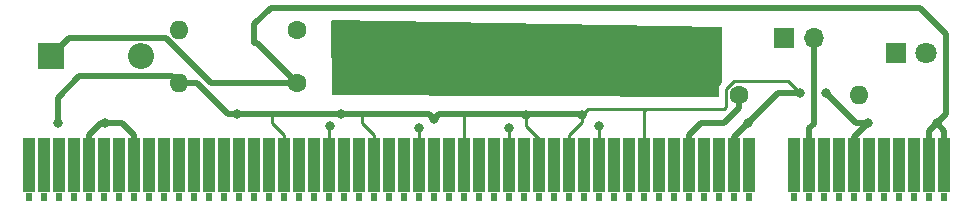
<source format=gbr>
%TF.GenerationSoftware,KiCad,Pcbnew,7.0.10*%
%TF.CreationDate,2024-01-09T10:53:44-06:00*%
%TF.ProjectId,PCI_Blaster,5043495f-426c-4617-9374-65722e6b6963,rev?*%
%TF.SameCoordinates,Original*%
%TF.FileFunction,Copper,L2,Bot*%
%TF.FilePolarity,Positive*%
%FSLAX46Y46*%
G04 Gerber Fmt 4.6, Leading zero omitted, Abs format (unit mm)*
G04 Created by KiCad (PCBNEW 7.0.10) date 2024-01-09 10:53:44*
%MOMM*%
%LPD*%
G01*
G04 APERTURE LIST*
%TA.AperFunction,ConnectorPad*%
%ADD10R,1.020000X4.570000*%
%TD*%
%TA.AperFunction,ConnectorPad*%
%ADD11R,0.510000X0.760000*%
%TD*%
%TA.AperFunction,ComponentPad*%
%ADD12R,1.800000X1.800000*%
%TD*%
%TA.AperFunction,ComponentPad*%
%ADD13C,1.800000*%
%TD*%
%TA.AperFunction,ComponentPad*%
%ADD14C,1.600000*%
%TD*%
%TA.AperFunction,ComponentPad*%
%ADD15O,1.600000X1.600000*%
%TD*%
%TA.AperFunction,ComponentPad*%
%ADD16R,2.200000X2.200000*%
%TD*%
%TA.AperFunction,ComponentPad*%
%ADD17O,2.200000X2.200000*%
%TD*%
%TA.AperFunction,ComponentPad*%
%ADD18R,1.700000X1.700000*%
%TD*%
%TA.AperFunction,ComponentPad*%
%ADD19O,1.700000X1.700000*%
%TD*%
%TA.AperFunction,ViaPad*%
%ADD20C,0.800000*%
%TD*%
%TA.AperFunction,Conductor*%
%ADD21C,0.500000*%
%TD*%
%TA.AperFunction,Conductor*%
%ADD22C,0.250000*%
%TD*%
G04 APERTURE END LIST*
D10*
%TO.P,J1,A1,TRST#*%
%TO.N,unconnected-(J1-TRST#-PadA1)*%
X115365000Y-108730000D03*
D11*
X115365000Y-111390000D03*
D10*
%TO.P,J1,A2,+12V*%
%TO.N,unconnected-(J1-+12V-PadA2)*%
X116635000Y-108730000D03*
D11*
X116635000Y-111390000D03*
D10*
%TO.P,J1,A3,TMS*%
%TO.N,unconnected-(J1-TMS-PadA3)*%
X117895000Y-108730000D03*
D11*
X117895000Y-111390000D03*
D10*
%TO.P,J1,A4,TDI*%
%TO.N,unconnected-(J1-TDI-PadA4)*%
X119175000Y-108730000D03*
D11*
X119175000Y-111390000D03*
D10*
%TO.P,J1,A5,+5V*%
%TO.N,+5V*%
X120445000Y-108730000D03*
D11*
X120445000Y-111390000D03*
D10*
%TO.P,J1,A6,INTA#*%
%TO.N,unconnected-(J1-INTA#-PadA6)*%
X121715000Y-108730000D03*
D11*
X121715000Y-111390000D03*
D10*
%TO.P,J1,A7,INTC#*%
%TO.N,unconnected-(J1-INTC#-PadA7)*%
X122985000Y-108730000D03*
D11*
X122985000Y-111390000D03*
D10*
%TO.P,J1,A8,+5V*%
%TO.N,+5V*%
X124255000Y-108730000D03*
D11*
X124255000Y-111390000D03*
D10*
%TO.P,J1,A9,RESERVED*%
%TO.N,unconnected-(J1-RESERVED-PadA9)*%
X125525000Y-108730000D03*
D11*
X125525000Y-111390000D03*
D10*
%TO.P,J1,A10,+5V*%
%TO.N,unconnected-(J1-+5V-PadA10)*%
X126795000Y-108730000D03*
D11*
X126795000Y-111390000D03*
D10*
%TO.P,J1,A11,RESERVED*%
%TO.N,unconnected-(J1-RESERVED-PadA11)*%
X128065000Y-108730000D03*
D11*
X128065000Y-111390000D03*
D10*
%TO.P,J1,A12,GND*%
%TO.N,unconnected-(J1-GND-PadA12)*%
X129325000Y-108730000D03*
D11*
X129325000Y-111390000D03*
D10*
%TO.P,J1,A13,GND*%
%TO.N,unconnected-(J1-GND-PadA13)*%
X130605000Y-108730000D03*
D11*
X130605000Y-111390000D03*
D10*
%TO.P,J1,A14,RESERVED*%
%TO.N,unconnected-(J1-RESERVED-PadA14)*%
X131875000Y-108730000D03*
D11*
X131875000Y-111390000D03*
D10*
%TO.P,J1,A15,RST#*%
%TO.N,unconnected-(J1-RST#-PadA15)*%
X133145000Y-108730000D03*
D11*
X133145000Y-111390000D03*
D10*
%TO.P,J1,A16,+5V*%
%TO.N,unconnected-(J1-+5V-PadA16)*%
X134415000Y-108730000D03*
D11*
X134415000Y-111390000D03*
D10*
%TO.P,J1,A17,GNT#*%
%TO.N,unconnected-(J1-GNT#-PadA17)*%
X135685000Y-108730000D03*
D11*
X135685000Y-111390000D03*
D10*
%TO.P,J1,A18,GND*%
%TO.N,GND*%
X136955000Y-108730000D03*
D11*
X136955000Y-111390000D03*
D10*
%TO.P,J1,A19,RESERVED*%
%TO.N,unconnected-(J1-RESERVED-PadA19)*%
X138215000Y-108730000D03*
D11*
X138215000Y-111390000D03*
D10*
%TO.P,J1,A20,AD[30]*%
%TO.N,unconnected-(J1-AD[30]-PadA20)*%
X139495000Y-108730000D03*
D11*
X139495000Y-111390000D03*
D10*
%TO.P,J1,A21,+3.3V*%
%TO.N,+3.3V*%
X140755000Y-108730000D03*
D11*
X140755000Y-111390000D03*
D10*
%TO.P,J1,A22,AD[28]*%
%TO.N,unconnected-(J1-AD[28]-PadA22)*%
X142035000Y-108730000D03*
D11*
X142035000Y-111390000D03*
D10*
%TO.P,J1,A23,AD[26]*%
%TO.N,unconnected-(J1-AD[26]-PadA23)*%
X143305000Y-108730000D03*
D11*
X143305000Y-111390000D03*
D10*
%TO.P,J1,A24,GND*%
%TO.N,GND*%
X144575000Y-108730000D03*
D11*
X144575000Y-111390000D03*
D10*
%TO.P,J1,A25,AD[24]*%
%TO.N,unconnected-(J1-AD[24]-PadA25)*%
X145845000Y-108730000D03*
D11*
X145845000Y-111390000D03*
D10*
%TO.P,J1,A26,IDSEL*%
%TO.N,unconnected-(J1-IDSEL-PadA26)*%
X147115000Y-108730000D03*
D11*
X147115000Y-111390000D03*
D10*
%TO.P,J1,A27,+3.3V*%
%TO.N,+3.3V*%
X148385000Y-108730000D03*
D11*
X148385000Y-111390000D03*
D10*
%TO.P,J1,A28,AD[22]*%
%TO.N,unconnected-(J1-AD[22]-PadA28)*%
X149655000Y-108730000D03*
D11*
X149655000Y-111390000D03*
D10*
%TO.P,J1,A29,AD[20]*%
%TO.N,unconnected-(J1-AD[20]-PadA29)*%
X150925000Y-108730000D03*
D11*
X150925000Y-111390000D03*
D10*
%TO.P,J1,A30,GND*%
%TO.N,GND*%
X152195000Y-108730000D03*
D11*
X152195000Y-111390000D03*
D10*
%TO.P,J1,A31,AD[18]*%
%TO.N,unconnected-(J1-AD[18]-PadA31)*%
X153465000Y-108730000D03*
D11*
X153465000Y-111390000D03*
D10*
%TO.P,J1,A32,AD[16]*%
%TO.N,unconnected-(J1-AD[16]-PadA32)*%
X154735000Y-108730000D03*
D11*
X154735000Y-111390000D03*
D10*
%TO.P,J1,A33,+3.3V*%
%TO.N,+3.3V*%
X156005000Y-108730000D03*
D11*
X156005000Y-111390000D03*
D10*
%TO.P,J1,A34,FRAME#*%
%TO.N,unconnected-(J1-FRAME#-PadA34)*%
X157275000Y-108730000D03*
D11*
X157275000Y-111390000D03*
D10*
%TO.P,J1,A35,GND*%
%TO.N,GND*%
X158545000Y-108730000D03*
D11*
X158545000Y-111390000D03*
D10*
%TO.P,J1,A36,TRDY#*%
%TO.N,unconnected-(J1-TRDY#-PadA36)*%
X159815000Y-108730000D03*
D11*
X159815000Y-111390000D03*
D10*
%TO.P,J1,A37,GND*%
%TO.N,GND*%
X161085000Y-108730000D03*
D11*
X161085000Y-111390000D03*
D10*
%TO.P,J1,A38,STOP#*%
%TO.N,unconnected-(J1-STOP#-PadA38)*%
X162355000Y-108730000D03*
D11*
X162355000Y-111390000D03*
D10*
%TO.P,J1,A39,+3.3V*%
%TO.N,+3.3V*%
X163625000Y-108730000D03*
D11*
X163625000Y-111390000D03*
D10*
%TO.P,J1,A40,SDONE*%
%TO.N,unconnected-(J1-SDONE-PadA40)*%
X164895000Y-108730000D03*
D11*
X164895000Y-111390000D03*
D10*
%TO.P,J1,A41,SBO#*%
%TO.N,unconnected-(J1-SBO#-PadA41)*%
X166165000Y-108730000D03*
D11*
X166165000Y-111390000D03*
D10*
%TO.P,J1,A42,GND*%
%TO.N,GND*%
X167435000Y-108730000D03*
D11*
X167435000Y-111390000D03*
D10*
%TO.P,J1,A43,PAR*%
%TO.N,unconnected-(J1-PAR-PadA43)*%
X168705000Y-108730000D03*
D11*
X168705000Y-111390000D03*
D10*
%TO.P,J1,A44,AD[15]*%
%TO.N,unconnected-(J1-AD[15]-PadA44)*%
X169975000Y-108730000D03*
D11*
X169975000Y-111390000D03*
D10*
%TO.P,J1,A45,+3.3V*%
%TO.N,+3.3V*%
X171245000Y-108730000D03*
D11*
X171245000Y-111390000D03*
D10*
%TO.P,J1,A46,AD[13]*%
%TO.N,unconnected-(J1-AD[13]-PadA46)*%
X172515000Y-108730000D03*
D11*
X172515000Y-111390000D03*
D10*
%TO.P,J1,A47,AD[11]*%
%TO.N,unconnected-(J1-AD[11]-PadA47)*%
X173785000Y-108730000D03*
D11*
X173785000Y-111390000D03*
D10*
%TO.P,J1,A48,GND*%
%TO.N,GND*%
X175055000Y-108730000D03*
D11*
X175055000Y-111390000D03*
D10*
%TO.P,J1,A49,AD[09]*%
%TO.N,unconnected-(J1-AD[09]-PadA49)*%
X176325000Y-108730000D03*
D11*
X176325000Y-111390000D03*
D10*
%TO.P,J1,A52,C/BE#[0]*%
%TO.N,unconnected-(J1-C{slash}BE#[0]-PadA52)*%
X180135000Y-108730000D03*
D11*
X180135000Y-111390000D03*
D10*
%TO.P,J1,A53,+3.3V*%
%TO.N,+3.3V*%
X181405000Y-108730000D03*
D11*
X181405000Y-111390000D03*
D10*
%TO.P,J1,A54,AD[06]*%
%TO.N,unconnected-(J1-AD[06]-PadA54)*%
X182675000Y-108730000D03*
D11*
X182675000Y-111390000D03*
D10*
%TO.P,J1,A55,AD[04]*%
%TO.N,unconnected-(J1-AD[04]-PadA55)*%
X183945000Y-108730000D03*
D11*
X183945000Y-111390000D03*
D10*
%TO.P,J1,A56,GND*%
%TO.N,GND*%
X185215000Y-108730000D03*
D11*
X185215000Y-111390000D03*
D10*
%TO.P,J1,A57,AD[02]*%
%TO.N,unconnected-(J1-AD[02]-PadA57)*%
X186485000Y-108730000D03*
D11*
X186485000Y-111390000D03*
D10*
%TO.P,J1,A58,AD[00]*%
%TO.N,unconnected-(J1-AD[00]-PadA58)*%
X187755000Y-108730000D03*
D11*
X187755000Y-111390000D03*
D10*
%TO.P,J1,A59,+5V*%
%TO.N,unconnected-(J1-+5V-PadA59)*%
X189025000Y-108730000D03*
D11*
X189025000Y-111390000D03*
D10*
%TO.P,J1,A60,REQ64#*%
%TO.N,unconnected-(J1-REQ64#-PadA60)*%
X190295000Y-108730000D03*
D11*
X190295000Y-111390000D03*
D10*
%TO.P,J1,A61,+5V*%
%TO.N,+5V*%
X191565000Y-108730000D03*
D11*
X191565000Y-111390000D03*
D10*
%TO.P,J1,A62,+5V*%
X192825000Y-108730000D03*
D11*
X192825000Y-111390000D03*
%TD*%
D12*
%TO.P,LED1,1,K*%
%TO.N,GND*%
X188725000Y-99250000D03*
D13*
%TO.P,LED1,2,A*%
%TO.N,Net-(LED1-A)*%
X191265000Y-99250000D03*
%TD*%
D14*
%TO.P,R1,1*%
%TO.N,+3.3V*%
X175500000Y-102750000D03*
D15*
%TO.P,R1,2*%
%TO.N,Net-(LED1-A)*%
X185660000Y-102750000D03*
%TD*%
D14*
%TO.P,C1,1*%
%TO.N,+5V*%
X138050000Y-101800000D03*
D15*
%TO.P,C1,2*%
%TO.N,GND*%
X128050000Y-101800000D03*
%TD*%
D16*
%TO.P,D1,1,K*%
%TO.N,+5V*%
X117190000Y-99500000D03*
D17*
%TO.P,D1,2,A*%
%TO.N,/V_OUT*%
X124810000Y-99500000D03*
%TD*%
D14*
%TO.P,C2,1*%
%TO.N,/V_OUT*%
X138050000Y-97300000D03*
D15*
%TO.P,C2,2*%
%TO.N,GND*%
X128050000Y-97300000D03*
%TD*%
D18*
%TO.P,JP1,1,A*%
%TO.N,/V_OUT*%
X179250000Y-98000000D03*
D19*
%TO.P,JP1,2,B*%
%TO.N,+3.3V*%
X181790000Y-98000000D03*
%TD*%
D20*
%TO.N,+5V*%
X121800000Y-105200000D03*
X192200000Y-105200000D03*
%TO.N,GND*%
X149655000Y-104800000D03*
X180600000Y-102600000D03*
X176200000Y-105200000D03*
X186400000Y-105200000D03*
X133000000Y-104400000D03*
X157400000Y-104450000D03*
X141800000Y-104400000D03*
X117800000Y-105200000D03*
X182800000Y-102600000D03*
X162200000Y-104450000D03*
%TO.N,+3.3V*%
X140800000Y-105400000D03*
X148400000Y-105600000D03*
X163600000Y-105400000D03*
X156000000Y-105600000D03*
%TO.N,/V_OUT*%
X152400000Y-99800000D03*
X153000000Y-97750000D03*
X170083332Y-98534666D03*
X160170000Y-97770000D03*
X153035000Y-101981000D03*
X162560000Y-97760000D03*
X155390000Y-97790000D03*
X157780000Y-97780000D03*
X167916666Y-98551999D03*
X165750000Y-98517333D03*
X172250000Y-98500000D03*
%TD*%
D21*
%TO.N,GND*%
X150055000Y-104400000D02*
X149655000Y-104800000D01*
X152200000Y-104400000D02*
X150055000Y-104400000D01*
X149655000Y-104800000D02*
X149255000Y-104400000D01*
X149255000Y-104400000D02*
X143400000Y-104400000D01*
%TO.N,+5V*%
X134400000Y-98400000D02*
X134400000Y-96800000D01*
X192825000Y-108730000D02*
X192825000Y-105825000D01*
X134650000Y-98400000D02*
X134400000Y-98400000D01*
X138050000Y-101800000D02*
X134650000Y-98400000D01*
X191565000Y-108730000D02*
X191565000Y-105835000D01*
X118740000Y-97950000D02*
X117190000Y-99500000D01*
X138050000Y-101800000D02*
X130782233Y-101800000D01*
X193000000Y-97600000D02*
X193000000Y-104400000D01*
X193000000Y-104400000D02*
X192200000Y-105200000D01*
X130782233Y-101800000D02*
X126932233Y-97950000D01*
X120445000Y-108730000D02*
X120445000Y-106195000D01*
X190800000Y-95400000D02*
X193000000Y-97600000D01*
X192825000Y-105825000D02*
X192200000Y-105200000D01*
X123260000Y-105200000D02*
X124255000Y-106195000D01*
X126932233Y-97950000D02*
X118740000Y-97950000D01*
X121800000Y-105200000D02*
X123260000Y-105200000D01*
X191565000Y-105835000D02*
X192200000Y-105200000D01*
X135800000Y-95400000D02*
X190800000Y-95400000D01*
X134400000Y-96800000D02*
X135800000Y-95400000D01*
X124255000Y-106195000D02*
X124255000Y-108730000D01*
X120445000Y-106195000D02*
X121440000Y-105200000D01*
X121440000Y-105200000D02*
X121800000Y-105200000D01*
%TO.N,GND*%
X119600000Y-101200000D02*
X127450000Y-101200000D01*
D22*
X157400000Y-104450000D02*
X157400000Y-105400000D01*
D21*
X178800000Y-102600000D02*
X176200000Y-105200000D01*
D22*
X158545000Y-106545000D02*
X158545000Y-108730000D01*
D21*
X180600000Y-102600000D02*
X178800000Y-102600000D01*
D22*
X174375000Y-103825000D02*
X174200000Y-104000000D01*
D21*
X136000000Y-104400000D02*
X135960000Y-104400000D01*
D22*
X167600000Y-104000000D02*
X174200000Y-104000000D01*
X162200000Y-105080000D02*
X161085000Y-106195000D01*
X174375000Y-102284009D02*
X174375000Y-103825000D01*
D21*
X128050000Y-101800000D02*
X129600000Y-101800000D01*
D22*
X136955000Y-106195000D02*
X135960000Y-105200000D01*
D21*
X127450000Y-101200000D02*
X128050000Y-101800000D01*
D22*
X143580000Y-104580000D02*
X143400000Y-104400000D01*
D21*
X157450000Y-104400000D02*
X162150000Y-104400000D01*
D22*
X161085000Y-106195000D02*
X161085000Y-108730000D01*
X167435000Y-104165000D02*
X167600000Y-104000000D01*
D21*
X143400000Y-104400000D02*
X141800000Y-104400000D01*
X141800000Y-104400000D02*
X136000000Y-104400000D01*
X185400000Y-105200000D02*
X182800000Y-102600000D01*
D22*
X135960000Y-105200000D02*
X135960000Y-104440000D01*
X162200000Y-104450000D02*
X162650000Y-104000000D01*
D21*
X175055000Y-106345000D02*
X176200000Y-105200000D01*
D22*
X162650000Y-104000000D02*
X167600000Y-104000000D01*
D21*
X185215000Y-108730000D02*
X185215000Y-106385000D01*
D22*
X175034009Y-101625000D02*
X179625000Y-101625000D01*
D21*
X157400000Y-104450000D02*
X157450000Y-104400000D01*
D22*
X144575000Y-108730000D02*
X144575000Y-106195000D01*
D21*
X157400000Y-104450000D02*
X157350000Y-104400000D01*
D22*
X162200000Y-104450000D02*
X162200000Y-105080000D01*
D21*
X157350000Y-104400000D02*
X152200000Y-104400000D01*
X129600000Y-101800000D02*
X132200000Y-104400000D01*
D22*
X152195000Y-104405000D02*
X152200000Y-104400000D01*
X135960000Y-104440000D02*
X136000000Y-104400000D01*
X152195000Y-108730000D02*
X152195000Y-104405000D01*
X144575000Y-106195000D02*
X143580000Y-105200000D01*
X136955000Y-108730000D02*
X136955000Y-106195000D01*
D21*
X132200000Y-104400000D02*
X133000000Y-104400000D01*
X162150000Y-104400000D02*
X162200000Y-104450000D01*
D22*
X167435000Y-108730000D02*
X167435000Y-104165000D01*
D21*
X175055000Y-108730000D02*
X175055000Y-106345000D01*
X117800000Y-105200000D02*
X117800000Y-103000000D01*
D22*
X143580000Y-105200000D02*
X143580000Y-104580000D01*
X179625000Y-101625000D02*
X180600000Y-102600000D01*
D21*
X117800000Y-103000000D02*
X119600000Y-101200000D01*
D22*
X174375000Y-102284009D02*
X175034009Y-101625000D01*
D21*
X186400000Y-105200000D02*
X185400000Y-105200000D01*
X135960000Y-104400000D02*
X133000000Y-104400000D01*
X185215000Y-106385000D02*
X186400000Y-105200000D01*
D22*
X157400000Y-105400000D02*
X158545000Y-106545000D01*
%TO.N,+3.3V*%
X148385000Y-105615000D02*
X148400000Y-105600000D01*
X163625000Y-105425000D02*
X163600000Y-105400000D01*
D21*
X171245000Y-106195000D02*
X172240000Y-105200000D01*
D22*
X181400000Y-105600000D02*
X181405000Y-105605000D01*
X156005000Y-108730000D02*
X156005000Y-105605000D01*
D21*
X171245000Y-108730000D02*
X171245000Y-106195000D01*
D22*
X156005000Y-105605000D02*
X156000000Y-105600000D01*
D21*
X181405000Y-105605000D02*
X181405000Y-108730000D01*
X175500000Y-103900000D02*
X175500000Y-102750000D01*
D22*
X148385000Y-108730000D02*
X148385000Y-105615000D01*
D21*
X181790000Y-105210000D02*
X181400000Y-105600000D01*
X172240000Y-105200000D02*
X174200000Y-105200000D01*
D22*
X140755000Y-108730000D02*
X140755000Y-105445000D01*
D21*
X174200000Y-105200000D02*
X175500000Y-103900000D01*
X181790000Y-98000000D02*
X181790000Y-105210000D01*
D22*
X140755000Y-105445000D02*
X140800000Y-105400000D01*
X163625000Y-108730000D02*
X163625000Y-105425000D01*
%TD*%
%TA.AperFunction,Conductor*%
%TO.N,/V_OUT*%
G36*
X173878063Y-96997972D02*
G01*
X173944765Y-97018769D01*
X173989635Y-97072326D01*
X174000000Y-97121955D01*
X174000000Y-101720506D01*
X173980315Y-101787545D01*
X173966390Y-101805392D01*
X173927098Y-101847232D01*
X173924391Y-101850025D01*
X173904889Y-101869526D01*
X173904875Y-101869543D01*
X173902407Y-101872724D01*
X173894843Y-101881579D01*
X173864937Y-101913427D01*
X173864936Y-101913429D01*
X173855284Y-101930985D01*
X173844610Y-101947235D01*
X173832329Y-101963070D01*
X173832324Y-101963077D01*
X173814975Y-102003167D01*
X173809838Y-102013653D01*
X173788803Y-102051915D01*
X173783822Y-102071316D01*
X173777521Y-102089719D01*
X173769562Y-102108111D01*
X173769561Y-102108114D01*
X173762728Y-102151252D01*
X173760360Y-102162683D01*
X173749501Y-102204980D01*
X173749500Y-102204991D01*
X173749500Y-102225025D01*
X173747973Y-102244424D01*
X173744840Y-102264203D01*
X173744840Y-102264204D01*
X173748950Y-102307683D01*
X173749500Y-102319352D01*
X173749500Y-102824010D01*
X173729815Y-102891049D01*
X173677011Y-102936804D01*
X173624842Y-102948008D01*
X141146407Y-102775644D01*
X141079473Y-102755604D01*
X141033999Y-102702558D01*
X141023080Y-102653609D01*
X140927024Y-96578069D01*
X140945647Y-96510730D01*
X140997721Y-96464146D01*
X141053068Y-96452129D01*
X173878063Y-96997972D01*
G37*
%TD.AperFunction*%
%TD*%
M02*

</source>
